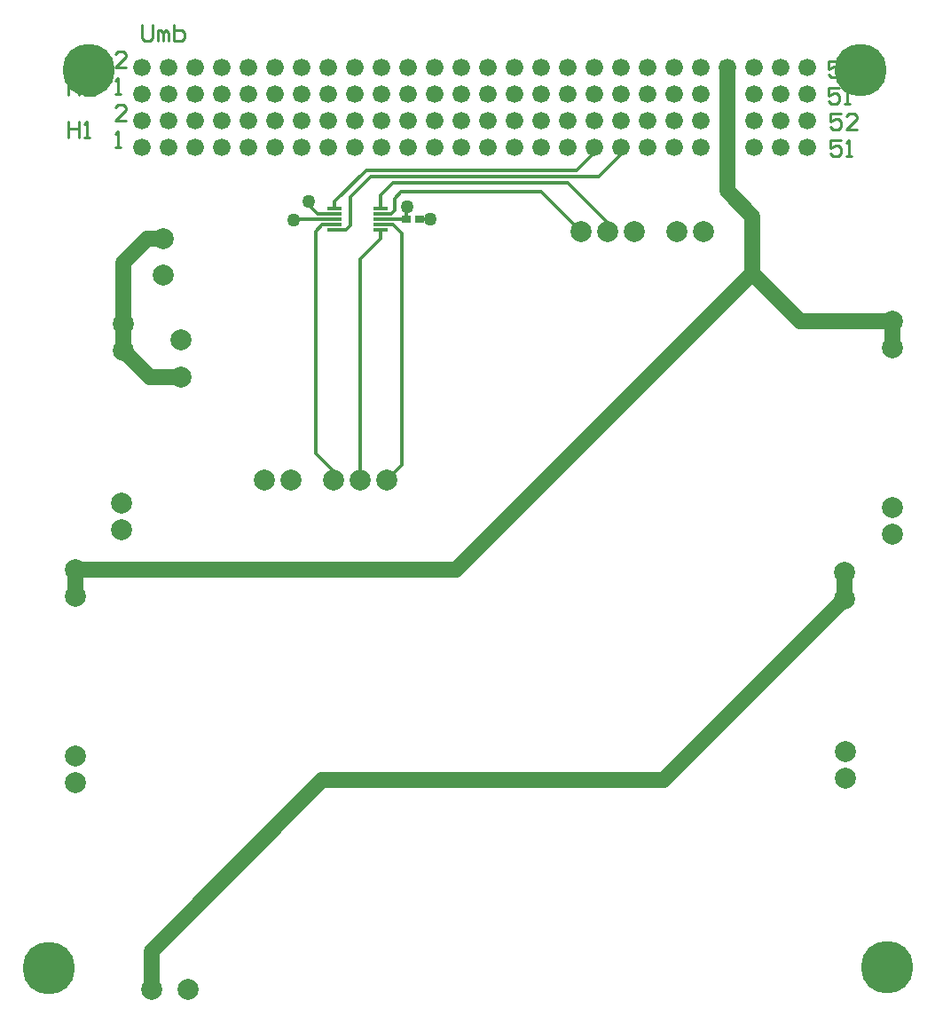
<source format=gtl>
G04 Layer_Physical_Order=1*
G04 Layer_Color=255*
%FSLAX42Y42*%
%MOMM*%
G71*
G01*
G75*
%ADD10R,1.45X0.30*%
%ADD11R,0.90X0.70*%
%ADD12C,1.50*%
%ADD13C,0.33*%
%ADD14C,0.30*%
%ADD15C,0.25*%
%ADD16C,2.00*%
%ADD17C,1.68*%
%ADD18C,1.27*%
%ADD19C,5.00*%
D10*
X3086Y7789D02*
D03*
Y7739D02*
D03*
Y7689D02*
D03*
Y7639D02*
D03*
Y7589D02*
D03*
X3526Y7789D02*
D03*
Y7739D02*
D03*
Y7689D02*
D03*
Y7639D02*
D03*
Y7589D02*
D03*
D11*
X3768Y7691D02*
D03*
X3898D02*
D03*
D12*
X1321Y6187D02*
X1615D01*
X1067Y6441D02*
X1321Y6187D01*
X1067Y6441D02*
Y6695D01*
X1296Y7507D02*
X1446D01*
X1067Y7277D02*
X1296Y7507D01*
X1067Y6695D02*
Y7277D01*
X7950Y4069D02*
Y4323D01*
X610Y4094D02*
Y4348D01*
X4244D02*
X7074Y7178D01*
X610Y4348D02*
X4244D01*
X7074Y7178D02*
X7531Y6721D01*
X7074Y7178D02*
Y7717D01*
X6830Y7960D02*
X7074Y7717D01*
X6830Y7960D02*
Y9136D01*
X6220Y2339D02*
X7950Y4069D01*
X2967Y2339D02*
X6220D01*
X1334Y706D02*
X2967Y2339D01*
X1334Y345D02*
Y706D01*
X8407Y6467D02*
Y6721D01*
X7531D02*
X8407D01*
D13*
X3768Y7691D02*
Y7850D01*
X2697Y7686D02*
X2700Y7689D01*
X2837Y7826D02*
Y7864D01*
Y7826D02*
X2924Y7739D01*
X2903Y7574D02*
X2968Y7639D01*
X2903Y5458D02*
Y7574D01*
Y5458D02*
X3073Y5288D01*
Y5199D02*
Y5288D01*
X5690Y7572D02*
Y7656D01*
X5309Y8037D02*
X5690Y7656D01*
X3645Y8037D02*
X5309D01*
X5814Y8311D02*
Y8374D01*
X5603Y8100D02*
X5814Y8311D01*
X3432Y8100D02*
X5603D01*
X5560Y8329D02*
Y8374D01*
X5390Y8158D02*
X5560Y8329D01*
X3383Y8158D02*
X5390D01*
X5057Y7950D02*
X5436Y7572D01*
X3716Y7950D02*
X5057D01*
X3655Y7889D02*
X3716Y7950D01*
X3655Y7772D02*
Y7889D01*
X3777Y7811D02*
Y7841D01*
X3768Y7850D02*
X3777Y7841D01*
X3526Y7918D02*
X3645Y8037D01*
X3233Y7902D02*
X3432Y8100D01*
X3233Y7630D02*
Y7902D01*
X3192Y7589D02*
X3233Y7630D01*
X3086Y7861D02*
X3383Y8158D01*
X3581Y5199D02*
X3724Y5342D01*
Y7557D01*
X3327Y5199D02*
Y7308D01*
X3526Y7506D01*
X3765Y7689D02*
X3768Y7691D01*
D14*
X2700Y7689D02*
X3086D01*
X2924Y7739D02*
X3086D01*
X2968Y7639D02*
X3086D01*
X3621Y7739D02*
X3655Y7772D01*
X3526Y7739D02*
X3621D01*
X3526Y7789D02*
Y7918D01*
X3086Y7589D02*
X3192D01*
X3086Y7789D02*
Y7861D01*
X3642Y7639D02*
X3724Y7557D01*
X3526Y7639D02*
X3642D01*
X3526Y7506D02*
Y7589D01*
Y7689D02*
X3765D01*
D15*
X7904Y9197D02*
X7802D01*
Y9121D01*
X7853Y9146D01*
X7878D01*
X7904Y9121D01*
Y9070D01*
X7878Y9044D01*
X7827D01*
X7802Y9070D01*
X8056Y9044D02*
X7954D01*
X8056Y9146D01*
Y9171D01*
X8031Y9197D01*
X7980D01*
X7954Y9171D01*
X7904Y8947D02*
X7802D01*
Y8871D01*
X7853Y8896D01*
X7878D01*
X7904Y8871D01*
Y8820D01*
X7878Y8794D01*
X7827D01*
X7802Y8820D01*
X7954Y8794D02*
X8005D01*
X7980D01*
Y8947D01*
X7954Y8921D01*
X7914Y8697D02*
X7812D01*
Y8621D01*
X7863Y8646D01*
X7888D01*
X7914Y8621D01*
Y8570D01*
X7888Y8544D01*
X7837D01*
X7812Y8570D01*
X8066Y8544D02*
X7964D01*
X8066Y8646D01*
Y8671D01*
X8041Y8697D01*
X7990D01*
X7964Y8671D01*
X7914Y8447D02*
X7812D01*
Y8371D01*
X7863Y8396D01*
X7888D01*
X7914Y8371D01*
Y8320D01*
X7888Y8294D01*
X7837D01*
X7812Y8320D01*
X7964Y8294D02*
X8015D01*
X7990D01*
Y8447D01*
X7964Y8421D01*
X1090Y9136D02*
X988D01*
X1090Y9238D01*
Y9263D01*
X1064Y9289D01*
X1013D01*
X988Y9263D01*
Y8882D02*
X1039D01*
X1013D01*
Y9035D01*
X988Y9009D01*
X1090Y8628D02*
X988D01*
X1090Y8730D01*
Y8755D01*
X1064Y8781D01*
X1013D01*
X988Y8755D01*
Y8374D02*
X1039D01*
X1013D01*
Y8527D01*
X988Y8501D01*
X542Y9027D02*
Y8874D01*
Y8951D01*
X644D01*
Y9027D01*
Y8874D01*
X796D02*
X694D01*
X796Y8976D01*
Y9001D01*
X771Y9027D01*
X720D01*
X694Y9001D01*
X542Y8627D02*
Y8474D01*
Y8551D01*
X644D01*
Y8627D01*
Y8474D01*
X694D02*
X745D01*
X720D01*
Y8627D01*
X694Y8601D01*
X1242Y9543D02*
Y9416D01*
X1267Y9390D01*
X1318D01*
X1344Y9416D01*
Y9543D01*
X1394Y9390D02*
Y9492D01*
X1420D01*
X1445Y9467D01*
Y9390D01*
Y9467D01*
X1471Y9492D01*
X1496Y9467D01*
Y9390D01*
X1547Y9543D02*
Y9390D01*
X1623D01*
X1648Y9416D01*
Y9441D01*
Y9467D01*
X1623Y9492D01*
X1547D01*
D16*
X5436Y7572D02*
D03*
X5690D02*
D03*
X5944D02*
D03*
X6350D02*
D03*
X8407Y6721D02*
D03*
Y6467D02*
D03*
Y4943D02*
D03*
Y4689D02*
D03*
X1067Y6441D02*
D03*
X1054Y4727D02*
D03*
Y4981D02*
D03*
X1067Y6695D02*
D03*
X6604Y7572D02*
D03*
X1446Y7507D02*
D03*
Y7157D02*
D03*
X3581Y5199D02*
D03*
X3327D02*
D03*
X3073D02*
D03*
X2667D02*
D03*
X610Y4348D02*
D03*
Y4094D02*
D03*
Y2570D02*
D03*
Y2316D02*
D03*
X7950Y4069D02*
D03*
X7963Y2355D02*
D03*
Y2609D02*
D03*
X7950Y4323D02*
D03*
X2413Y5199D02*
D03*
X1615Y6537D02*
D03*
Y6187D02*
D03*
X1334Y345D02*
D03*
X1684D02*
D03*
D17*
X6830Y9136D02*
D03*
X1750Y8374D02*
D03*
Y8628D02*
D03*
Y8882D02*
D03*
Y9136D02*
D03*
X3782Y8374D02*
D03*
Y8628D02*
D03*
X7592Y8882D02*
D03*
Y9136D02*
D03*
Y8374D02*
D03*
Y8628D02*
D03*
X7338Y8882D02*
D03*
Y9136D02*
D03*
Y8374D02*
D03*
Y8628D02*
D03*
X7084Y8882D02*
D03*
Y9136D02*
D03*
Y8374D02*
D03*
Y8628D02*
D03*
X6576Y8882D02*
D03*
Y9136D02*
D03*
Y8374D02*
D03*
Y8628D02*
D03*
X6322Y8882D02*
D03*
Y9136D02*
D03*
Y8374D02*
D03*
Y8628D02*
D03*
X6068Y8882D02*
D03*
Y9136D02*
D03*
Y8374D02*
D03*
Y8628D02*
D03*
X5814Y8882D02*
D03*
Y9136D02*
D03*
Y8374D02*
D03*
Y8628D02*
D03*
X5560Y8882D02*
D03*
Y9136D02*
D03*
Y8374D02*
D03*
Y8628D02*
D03*
X5306Y8882D02*
D03*
Y9136D02*
D03*
Y8374D02*
D03*
Y8628D02*
D03*
X5052Y8882D02*
D03*
Y9136D02*
D03*
Y8374D02*
D03*
Y8628D02*
D03*
X4798Y8882D02*
D03*
Y9136D02*
D03*
Y8374D02*
D03*
Y8628D02*
D03*
X4544Y8882D02*
D03*
Y9136D02*
D03*
Y8374D02*
D03*
Y8628D02*
D03*
X4290Y8882D02*
D03*
Y9136D02*
D03*
Y8374D02*
D03*
Y8628D02*
D03*
X4036Y8882D02*
D03*
Y9136D02*
D03*
Y8374D02*
D03*
Y8628D02*
D03*
X3782Y8882D02*
D03*
Y9136D02*
D03*
X3528Y8374D02*
D03*
Y8882D02*
D03*
Y9136D02*
D03*
X3274Y8374D02*
D03*
Y8628D02*
D03*
Y8882D02*
D03*
Y9136D02*
D03*
X3020Y8374D02*
D03*
Y8628D02*
D03*
Y8882D02*
D03*
Y9136D02*
D03*
X2766Y8374D02*
D03*
Y8628D02*
D03*
Y8882D02*
D03*
Y9136D02*
D03*
X2512Y8374D02*
D03*
Y8628D02*
D03*
Y8882D02*
D03*
Y9136D02*
D03*
X2258Y8374D02*
D03*
Y8628D02*
D03*
Y8882D02*
D03*
Y9136D02*
D03*
X2004Y8374D02*
D03*
Y8628D02*
D03*
Y8882D02*
D03*
Y9136D02*
D03*
X1496Y8374D02*
D03*
Y8628D02*
D03*
Y8882D02*
D03*
Y9136D02*
D03*
X1242Y8374D02*
D03*
Y8628D02*
D03*
Y8882D02*
D03*
Y9136D02*
D03*
X3528Y8628D02*
D03*
D18*
X3993Y7694D02*
D03*
X2697Y7686D02*
D03*
X2837Y7864D02*
D03*
X3777Y7811D02*
D03*
D19*
X353Y548D02*
D03*
X8355Y550D02*
D03*
X8103Y9118D02*
D03*
X733D02*
D03*
M02*

</source>
